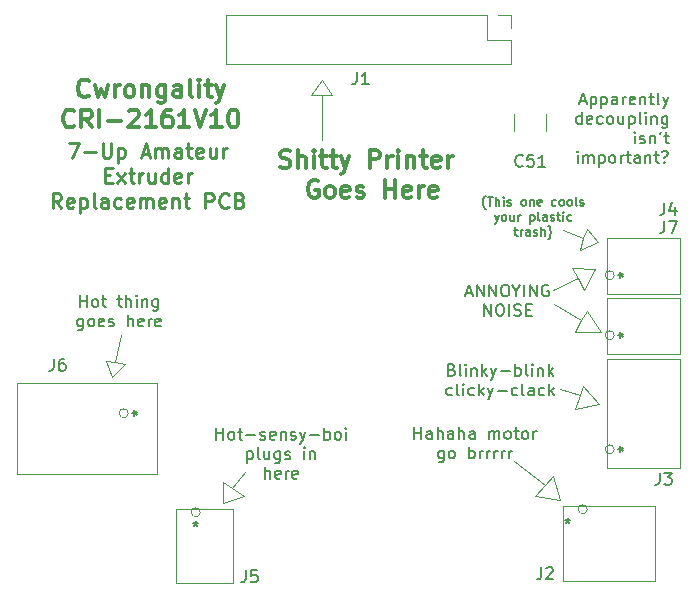
<source format=gbr>
%TF.GenerationSoftware,KiCad,Pcbnew,(5.1.12)-1*%
%TF.CreationDate,2022-08-25T11:39:19-06:00*%
%TF.ProjectId,SpritePCB,53707269-7465-4504-9342-2e6b69636164,rev?*%
%TF.SameCoordinates,Original*%
%TF.FileFunction,Legend,Top*%
%TF.FilePolarity,Positive*%
%FSLAX46Y46*%
G04 Gerber Fmt 4.6, Leading zero omitted, Abs format (unit mm)*
G04 Created by KiCad (PCBNEW (5.1.12)-1) date 2022-08-25 11:39:19*
%MOMM*%
%LPD*%
G01*
G04 APERTURE LIST*
%ADD10C,0.120000*%
%ADD11C,0.150000*%
%ADD12C,0.300000*%
%ADD13C,0.250000*%
G04 APERTURE END LIST*
D10*
X75184000Y-61341000D02*
X75438000Y-60325000D01*
X76708000Y-60706000D02*
X75184000Y-61341000D01*
X75819000Y-59563000D02*
X76708000Y-60706000D01*
X75438000Y-60325000D02*
X75819000Y-59563000D01*
X73787000Y-59690000D02*
X75438000Y-60325000D01*
D11*
X67211285Y-57897000D02*
X67175571Y-57861285D01*
X67104142Y-57754142D01*
X67068428Y-57682714D01*
X67032714Y-57575571D01*
X66996999Y-57397000D01*
X66996999Y-57254142D01*
X67032714Y-57075571D01*
X67068428Y-56968428D01*
X67104142Y-56897000D01*
X67175571Y-56789857D01*
X67211285Y-56754142D01*
X67389857Y-56861285D02*
X67818428Y-56861285D01*
X67604142Y-57611285D02*
X67604142Y-56861285D01*
X68068428Y-57611285D02*
X68068428Y-56861285D01*
X68389857Y-57611285D02*
X68389857Y-57218428D01*
X68354142Y-57147000D01*
X68282714Y-57111285D01*
X68175571Y-57111285D01*
X68104142Y-57147000D01*
X68068428Y-57182714D01*
X68747000Y-57611285D02*
X68747000Y-57111285D01*
X68747000Y-56861285D02*
X68711285Y-56897000D01*
X68747000Y-56932714D01*
X68782714Y-56897000D01*
X68747000Y-56861285D01*
X68747000Y-56932714D01*
X69068428Y-57575571D02*
X69139857Y-57611285D01*
X69282714Y-57611285D01*
X69354142Y-57575571D01*
X69389857Y-57504142D01*
X69389857Y-57468428D01*
X69354142Y-57397000D01*
X69282714Y-57361285D01*
X69175571Y-57361285D01*
X69104142Y-57325571D01*
X69068428Y-57254142D01*
X69068428Y-57218428D01*
X69104142Y-57147000D01*
X69175571Y-57111285D01*
X69282714Y-57111285D01*
X69354142Y-57147000D01*
X70389857Y-57611285D02*
X70318428Y-57575571D01*
X70282714Y-57539857D01*
X70247000Y-57468428D01*
X70247000Y-57254142D01*
X70282714Y-57182714D01*
X70318428Y-57147000D01*
X70389857Y-57111285D01*
X70497000Y-57111285D01*
X70568428Y-57147000D01*
X70604142Y-57182714D01*
X70639857Y-57254142D01*
X70639857Y-57468428D01*
X70604142Y-57539857D01*
X70568428Y-57575571D01*
X70497000Y-57611285D01*
X70389857Y-57611285D01*
X70961285Y-57111285D02*
X70961285Y-57611285D01*
X70961285Y-57182714D02*
X70997000Y-57147000D01*
X71068428Y-57111285D01*
X71175571Y-57111285D01*
X71247000Y-57147000D01*
X71282714Y-57218428D01*
X71282714Y-57611285D01*
X71925571Y-57575571D02*
X71854142Y-57611285D01*
X71711285Y-57611285D01*
X71639857Y-57575571D01*
X71604142Y-57504142D01*
X71604142Y-57218428D01*
X71639857Y-57147000D01*
X71711285Y-57111285D01*
X71854142Y-57111285D01*
X71925571Y-57147000D01*
X71961285Y-57218428D01*
X71961285Y-57289857D01*
X71604142Y-57361285D01*
X73175571Y-57575571D02*
X73104142Y-57611285D01*
X72961285Y-57611285D01*
X72889857Y-57575571D01*
X72854142Y-57539857D01*
X72818428Y-57468428D01*
X72818428Y-57254142D01*
X72854142Y-57182714D01*
X72889857Y-57147000D01*
X72961285Y-57111285D01*
X73104142Y-57111285D01*
X73175571Y-57147000D01*
X73604142Y-57611285D02*
X73532714Y-57575571D01*
X73497000Y-57539857D01*
X73461285Y-57468428D01*
X73461285Y-57254142D01*
X73497000Y-57182714D01*
X73532714Y-57147000D01*
X73604142Y-57111285D01*
X73711285Y-57111285D01*
X73782714Y-57147000D01*
X73818428Y-57182714D01*
X73854142Y-57254142D01*
X73854142Y-57468428D01*
X73818428Y-57539857D01*
X73782714Y-57575571D01*
X73711285Y-57611285D01*
X73604142Y-57611285D01*
X74282714Y-57611285D02*
X74211285Y-57575571D01*
X74175571Y-57539857D01*
X74139857Y-57468428D01*
X74139857Y-57254142D01*
X74175571Y-57182714D01*
X74211285Y-57147000D01*
X74282714Y-57111285D01*
X74389857Y-57111285D01*
X74461285Y-57147000D01*
X74497000Y-57182714D01*
X74532714Y-57254142D01*
X74532714Y-57468428D01*
X74497000Y-57539857D01*
X74461285Y-57575571D01*
X74389857Y-57611285D01*
X74282714Y-57611285D01*
X74961285Y-57611285D02*
X74889857Y-57575571D01*
X74854142Y-57504142D01*
X74854142Y-56861285D01*
X75211285Y-57575571D02*
X75282714Y-57611285D01*
X75425571Y-57611285D01*
X75497000Y-57575571D01*
X75532714Y-57504142D01*
X75532714Y-57468428D01*
X75497000Y-57397000D01*
X75425571Y-57361285D01*
X75318428Y-57361285D01*
X75247000Y-57325571D01*
X75211285Y-57254142D01*
X75211285Y-57218428D01*
X75247000Y-57147000D01*
X75318428Y-57111285D01*
X75425571Y-57111285D01*
X75497000Y-57147000D01*
X67979142Y-58386285D02*
X68157714Y-58886285D01*
X68336285Y-58386285D02*
X68157714Y-58886285D01*
X68086285Y-59064857D01*
X68050571Y-59100571D01*
X67979142Y-59136285D01*
X68729142Y-58886285D02*
X68657714Y-58850571D01*
X68622000Y-58814857D01*
X68586285Y-58743428D01*
X68586285Y-58529142D01*
X68622000Y-58457714D01*
X68657714Y-58422000D01*
X68729142Y-58386285D01*
X68836285Y-58386285D01*
X68907714Y-58422000D01*
X68943428Y-58457714D01*
X68979142Y-58529142D01*
X68979142Y-58743428D01*
X68943428Y-58814857D01*
X68907714Y-58850571D01*
X68836285Y-58886285D01*
X68729142Y-58886285D01*
X69622000Y-58386285D02*
X69622000Y-58886285D01*
X69300571Y-58386285D02*
X69300571Y-58779142D01*
X69336285Y-58850571D01*
X69407714Y-58886285D01*
X69514857Y-58886285D01*
X69586285Y-58850571D01*
X69622000Y-58814857D01*
X69979142Y-58886285D02*
X69979142Y-58386285D01*
X69979142Y-58529142D02*
X70014857Y-58457714D01*
X70050571Y-58422000D01*
X70122000Y-58386285D01*
X70193428Y-58386285D01*
X71014857Y-58386285D02*
X71014857Y-59136285D01*
X71014857Y-58422000D02*
X71086285Y-58386285D01*
X71229142Y-58386285D01*
X71300571Y-58422000D01*
X71336285Y-58457714D01*
X71372000Y-58529142D01*
X71372000Y-58743428D01*
X71336285Y-58814857D01*
X71300571Y-58850571D01*
X71229142Y-58886285D01*
X71086285Y-58886285D01*
X71014857Y-58850571D01*
X71800571Y-58886285D02*
X71729142Y-58850571D01*
X71693428Y-58779142D01*
X71693428Y-58136285D01*
X72407714Y-58886285D02*
X72407714Y-58493428D01*
X72372000Y-58422000D01*
X72300571Y-58386285D01*
X72157714Y-58386285D01*
X72086285Y-58422000D01*
X72407714Y-58850571D02*
X72336285Y-58886285D01*
X72157714Y-58886285D01*
X72086285Y-58850571D01*
X72050571Y-58779142D01*
X72050571Y-58707714D01*
X72086285Y-58636285D01*
X72157714Y-58600571D01*
X72336285Y-58600571D01*
X72407714Y-58564857D01*
X72729142Y-58850571D02*
X72800571Y-58886285D01*
X72943428Y-58886285D01*
X73014857Y-58850571D01*
X73050571Y-58779142D01*
X73050571Y-58743428D01*
X73014857Y-58672000D01*
X72943428Y-58636285D01*
X72836285Y-58636285D01*
X72764857Y-58600571D01*
X72729142Y-58529142D01*
X72729142Y-58493428D01*
X72764857Y-58422000D01*
X72836285Y-58386285D01*
X72943428Y-58386285D01*
X73014857Y-58422000D01*
X73264857Y-58386285D02*
X73550571Y-58386285D01*
X73372000Y-58136285D02*
X73372000Y-58779142D01*
X73407714Y-58850571D01*
X73479142Y-58886285D01*
X73550571Y-58886285D01*
X73800571Y-58886285D02*
X73800571Y-58386285D01*
X73800571Y-58136285D02*
X73764857Y-58172000D01*
X73800571Y-58207714D01*
X73836285Y-58172000D01*
X73800571Y-58136285D01*
X73800571Y-58207714D01*
X74479142Y-58850571D02*
X74407714Y-58886285D01*
X74264857Y-58886285D01*
X74193428Y-58850571D01*
X74157714Y-58814857D01*
X74122000Y-58743428D01*
X74122000Y-58529142D01*
X74157714Y-58457714D01*
X74193428Y-58422000D01*
X74264857Y-58386285D01*
X74407714Y-58386285D01*
X74479142Y-58422000D01*
X69639857Y-59661285D02*
X69925571Y-59661285D01*
X69747000Y-59411285D02*
X69747000Y-60054142D01*
X69782714Y-60125571D01*
X69854142Y-60161285D01*
X69925571Y-60161285D01*
X70175571Y-60161285D02*
X70175571Y-59661285D01*
X70175571Y-59804142D02*
X70211285Y-59732714D01*
X70247000Y-59697000D01*
X70318428Y-59661285D01*
X70389857Y-59661285D01*
X70961285Y-60161285D02*
X70961285Y-59768428D01*
X70925571Y-59697000D01*
X70854142Y-59661285D01*
X70711285Y-59661285D01*
X70639857Y-59697000D01*
X70961285Y-60125571D02*
X70889857Y-60161285D01*
X70711285Y-60161285D01*
X70639857Y-60125571D01*
X70604142Y-60054142D01*
X70604142Y-59982714D01*
X70639857Y-59911285D01*
X70711285Y-59875571D01*
X70889857Y-59875571D01*
X70961285Y-59839857D01*
X71282714Y-60125571D02*
X71354142Y-60161285D01*
X71497000Y-60161285D01*
X71568428Y-60125571D01*
X71604142Y-60054142D01*
X71604142Y-60018428D01*
X71568428Y-59947000D01*
X71497000Y-59911285D01*
X71389857Y-59911285D01*
X71318428Y-59875571D01*
X71282714Y-59804142D01*
X71282714Y-59768428D01*
X71318428Y-59697000D01*
X71389857Y-59661285D01*
X71497000Y-59661285D01*
X71568428Y-59697000D01*
X71925571Y-60161285D02*
X71925571Y-59411285D01*
X72247000Y-60161285D02*
X72247000Y-59768428D01*
X72211285Y-59697000D01*
X72139857Y-59661285D01*
X72032714Y-59661285D01*
X71961285Y-59697000D01*
X71925571Y-59732714D01*
X72532714Y-60447000D02*
X72568428Y-60411285D01*
X72639857Y-60304142D01*
X72675571Y-60232714D01*
X72711285Y-60125571D01*
X72747000Y-59947000D01*
X72747000Y-59804142D01*
X72711285Y-59625571D01*
X72675571Y-59518428D01*
X72639857Y-59447000D01*
X72568428Y-59339857D01*
X72532714Y-59304142D01*
D10*
X74803000Y-68326000D02*
X75311000Y-67310000D01*
X76962000Y-68326000D02*
X74803000Y-68326000D01*
X75819000Y-66548000D02*
X76962000Y-68326000D01*
X75311000Y-67310000D02*
X75819000Y-66548000D01*
X73025000Y-65913000D02*
X75311000Y-67310000D01*
X75565000Y-64770000D02*
X75057000Y-63754000D01*
X76454000Y-62992000D02*
X75565000Y-64770000D01*
X74549000Y-62865000D02*
X76454000Y-62992000D01*
X75057000Y-63754000D02*
X74549000Y-62865000D01*
X72898000Y-64770000D02*
X75057000Y-63754000D01*
X74803000Y-74803000D02*
X75184000Y-73660000D01*
X76835000Y-74422000D02*
X74803000Y-74803000D01*
X75438000Y-72898000D02*
X76835000Y-74422000D01*
X75184000Y-73660000D02*
X75438000Y-72898000D01*
X73533000Y-73152000D02*
X75184000Y-73660000D01*
X71374000Y-82169000D02*
X72263000Y-81280000D01*
X73533000Y-82550000D02*
X71374000Y-82169000D01*
X72898000Y-80518000D02*
X73533000Y-82550000D01*
X72263000Y-81280000D02*
X72898000Y-80518000D01*
X69596000Y-79248000D02*
X72263000Y-81280000D01*
X46736000Y-82169000D02*
X45720000Y-81534000D01*
X44958000Y-82804000D02*
X46736000Y-82169000D01*
X44958000Y-81026000D02*
X44958000Y-82804000D01*
X45720000Y-81534000D02*
X44958000Y-81026000D01*
X46863000Y-80137000D02*
X45720000Y-81534000D01*
X36703000Y-70993000D02*
X35814000Y-70866000D01*
X35560000Y-72136000D02*
X36703000Y-70993000D01*
X35052000Y-70739000D02*
X35560000Y-72136000D01*
X35814000Y-70866000D02*
X35052000Y-70739000D01*
X36322000Y-68580000D02*
X35814000Y-70866000D01*
D11*
X75214452Y-48745666D02*
X75690642Y-48745666D01*
X75119214Y-49031380D02*
X75452547Y-48031380D01*
X75785880Y-49031380D01*
X76119214Y-48364714D02*
X76119214Y-49364714D01*
X76119214Y-48412333D02*
X76214452Y-48364714D01*
X76404928Y-48364714D01*
X76500166Y-48412333D01*
X76547785Y-48459952D01*
X76595404Y-48555190D01*
X76595404Y-48840904D01*
X76547785Y-48936142D01*
X76500166Y-48983761D01*
X76404928Y-49031380D01*
X76214452Y-49031380D01*
X76119214Y-48983761D01*
X77023976Y-48364714D02*
X77023976Y-49364714D01*
X77023976Y-48412333D02*
X77119214Y-48364714D01*
X77309690Y-48364714D01*
X77404928Y-48412333D01*
X77452547Y-48459952D01*
X77500166Y-48555190D01*
X77500166Y-48840904D01*
X77452547Y-48936142D01*
X77404928Y-48983761D01*
X77309690Y-49031380D01*
X77119214Y-49031380D01*
X77023976Y-48983761D01*
X78357309Y-49031380D02*
X78357309Y-48507571D01*
X78309690Y-48412333D01*
X78214452Y-48364714D01*
X78023976Y-48364714D01*
X77928738Y-48412333D01*
X78357309Y-48983761D02*
X78262071Y-49031380D01*
X78023976Y-49031380D01*
X77928738Y-48983761D01*
X77881119Y-48888523D01*
X77881119Y-48793285D01*
X77928738Y-48698047D01*
X78023976Y-48650428D01*
X78262071Y-48650428D01*
X78357309Y-48602809D01*
X78833500Y-49031380D02*
X78833500Y-48364714D01*
X78833500Y-48555190D02*
X78881119Y-48459952D01*
X78928738Y-48412333D01*
X79023976Y-48364714D01*
X79119214Y-48364714D01*
X79833500Y-48983761D02*
X79738261Y-49031380D01*
X79547785Y-49031380D01*
X79452547Y-48983761D01*
X79404928Y-48888523D01*
X79404928Y-48507571D01*
X79452547Y-48412333D01*
X79547785Y-48364714D01*
X79738261Y-48364714D01*
X79833500Y-48412333D01*
X79881119Y-48507571D01*
X79881119Y-48602809D01*
X79404928Y-48698047D01*
X80309690Y-48364714D02*
X80309690Y-49031380D01*
X80309690Y-48459952D02*
X80357309Y-48412333D01*
X80452547Y-48364714D01*
X80595404Y-48364714D01*
X80690642Y-48412333D01*
X80738261Y-48507571D01*
X80738261Y-49031380D01*
X81071595Y-48364714D02*
X81452547Y-48364714D01*
X81214452Y-48031380D02*
X81214452Y-48888523D01*
X81262071Y-48983761D01*
X81357309Y-49031380D01*
X81452547Y-49031380D01*
X81928738Y-49031380D02*
X81833500Y-48983761D01*
X81785880Y-48888523D01*
X81785880Y-48031380D01*
X82214452Y-48364714D02*
X82452547Y-49031380D01*
X82690642Y-48364714D02*
X82452547Y-49031380D01*
X82357309Y-49269476D01*
X82309690Y-49317095D01*
X82214452Y-49364714D01*
X75357309Y-50681380D02*
X75357309Y-49681380D01*
X75357309Y-50633761D02*
X75262071Y-50681380D01*
X75071595Y-50681380D01*
X74976357Y-50633761D01*
X74928738Y-50586142D01*
X74881119Y-50490904D01*
X74881119Y-50205190D01*
X74928738Y-50109952D01*
X74976357Y-50062333D01*
X75071595Y-50014714D01*
X75262071Y-50014714D01*
X75357309Y-50062333D01*
X76214452Y-50633761D02*
X76119214Y-50681380D01*
X75928738Y-50681380D01*
X75833500Y-50633761D01*
X75785880Y-50538523D01*
X75785880Y-50157571D01*
X75833500Y-50062333D01*
X75928738Y-50014714D01*
X76119214Y-50014714D01*
X76214452Y-50062333D01*
X76262071Y-50157571D01*
X76262071Y-50252809D01*
X75785880Y-50348047D01*
X77119214Y-50633761D02*
X77023976Y-50681380D01*
X76833500Y-50681380D01*
X76738261Y-50633761D01*
X76690642Y-50586142D01*
X76643023Y-50490904D01*
X76643023Y-50205190D01*
X76690642Y-50109952D01*
X76738261Y-50062333D01*
X76833500Y-50014714D01*
X77023976Y-50014714D01*
X77119214Y-50062333D01*
X77690642Y-50681380D02*
X77595404Y-50633761D01*
X77547785Y-50586142D01*
X77500166Y-50490904D01*
X77500166Y-50205190D01*
X77547785Y-50109952D01*
X77595404Y-50062333D01*
X77690642Y-50014714D01*
X77833500Y-50014714D01*
X77928738Y-50062333D01*
X77976357Y-50109952D01*
X78023976Y-50205190D01*
X78023976Y-50490904D01*
X77976357Y-50586142D01*
X77928738Y-50633761D01*
X77833500Y-50681380D01*
X77690642Y-50681380D01*
X78881119Y-50014714D02*
X78881119Y-50681380D01*
X78452547Y-50014714D02*
X78452547Y-50538523D01*
X78500166Y-50633761D01*
X78595404Y-50681380D01*
X78738261Y-50681380D01*
X78833500Y-50633761D01*
X78881119Y-50586142D01*
X79357309Y-50014714D02*
X79357309Y-51014714D01*
X79357309Y-50062333D02*
X79452547Y-50014714D01*
X79643023Y-50014714D01*
X79738261Y-50062333D01*
X79785880Y-50109952D01*
X79833500Y-50205190D01*
X79833500Y-50490904D01*
X79785880Y-50586142D01*
X79738261Y-50633761D01*
X79643023Y-50681380D01*
X79452547Y-50681380D01*
X79357309Y-50633761D01*
X80404928Y-50681380D02*
X80309690Y-50633761D01*
X80262071Y-50538523D01*
X80262071Y-49681380D01*
X80785880Y-50681380D02*
X80785880Y-50014714D01*
X80785880Y-49681380D02*
X80738261Y-49729000D01*
X80785880Y-49776619D01*
X80833500Y-49729000D01*
X80785880Y-49681380D01*
X80785880Y-49776619D01*
X81262071Y-50014714D02*
X81262071Y-50681380D01*
X81262071Y-50109952D02*
X81309690Y-50062333D01*
X81404928Y-50014714D01*
X81547785Y-50014714D01*
X81643023Y-50062333D01*
X81690642Y-50157571D01*
X81690642Y-50681380D01*
X82595404Y-50014714D02*
X82595404Y-50824238D01*
X82547785Y-50919476D01*
X82500166Y-50967095D01*
X82404928Y-51014714D01*
X82262071Y-51014714D01*
X82166833Y-50967095D01*
X82595404Y-50633761D02*
X82500166Y-50681380D01*
X82309690Y-50681380D01*
X82214452Y-50633761D01*
X82166833Y-50586142D01*
X82119214Y-50490904D01*
X82119214Y-50205190D01*
X82166833Y-50109952D01*
X82214452Y-50062333D01*
X82309690Y-50014714D01*
X82500166Y-50014714D01*
X82595404Y-50062333D01*
X79833500Y-52331380D02*
X79833500Y-51664714D01*
X79833500Y-51331380D02*
X79785880Y-51379000D01*
X79833500Y-51426619D01*
X79881119Y-51379000D01*
X79833500Y-51331380D01*
X79833500Y-51426619D01*
X80262071Y-52283761D02*
X80357309Y-52331380D01*
X80547785Y-52331380D01*
X80643023Y-52283761D01*
X80690642Y-52188523D01*
X80690642Y-52140904D01*
X80643023Y-52045666D01*
X80547785Y-51998047D01*
X80404928Y-51998047D01*
X80309690Y-51950428D01*
X80262071Y-51855190D01*
X80262071Y-51807571D01*
X80309690Y-51712333D01*
X80404928Y-51664714D01*
X80547785Y-51664714D01*
X80643023Y-51712333D01*
X81119214Y-51664714D02*
X81119214Y-52331380D01*
X81119214Y-51759952D02*
X81166833Y-51712333D01*
X81262071Y-51664714D01*
X81404928Y-51664714D01*
X81500166Y-51712333D01*
X81547785Y-51807571D01*
X81547785Y-52331380D01*
X82071595Y-51331380D02*
X81976357Y-51521857D01*
X82357309Y-51664714D02*
X82738261Y-51664714D01*
X82500166Y-51331380D02*
X82500166Y-52188523D01*
X82547785Y-52283761D01*
X82643023Y-52331380D01*
X82738261Y-52331380D01*
X75023976Y-53981380D02*
X75023976Y-53314714D01*
X75023976Y-52981380D02*
X74976357Y-53029000D01*
X75023976Y-53076619D01*
X75071595Y-53029000D01*
X75023976Y-52981380D01*
X75023976Y-53076619D01*
X75500166Y-53981380D02*
X75500166Y-53314714D01*
X75500166Y-53409952D02*
X75547785Y-53362333D01*
X75643023Y-53314714D01*
X75785880Y-53314714D01*
X75881119Y-53362333D01*
X75928738Y-53457571D01*
X75928738Y-53981380D01*
X75928738Y-53457571D02*
X75976357Y-53362333D01*
X76071595Y-53314714D01*
X76214452Y-53314714D01*
X76309690Y-53362333D01*
X76357309Y-53457571D01*
X76357309Y-53981380D01*
X76833500Y-53314714D02*
X76833500Y-54314714D01*
X76833500Y-53362333D02*
X76928738Y-53314714D01*
X77119214Y-53314714D01*
X77214452Y-53362333D01*
X77262071Y-53409952D01*
X77309690Y-53505190D01*
X77309690Y-53790904D01*
X77262071Y-53886142D01*
X77214452Y-53933761D01*
X77119214Y-53981380D01*
X76928738Y-53981380D01*
X76833500Y-53933761D01*
X77881119Y-53981380D02*
X77785880Y-53933761D01*
X77738261Y-53886142D01*
X77690642Y-53790904D01*
X77690642Y-53505190D01*
X77738261Y-53409952D01*
X77785880Y-53362333D01*
X77881119Y-53314714D01*
X78023976Y-53314714D01*
X78119214Y-53362333D01*
X78166833Y-53409952D01*
X78214452Y-53505190D01*
X78214452Y-53790904D01*
X78166833Y-53886142D01*
X78119214Y-53933761D01*
X78023976Y-53981380D01*
X77881119Y-53981380D01*
X78643023Y-53981380D02*
X78643023Y-53314714D01*
X78643023Y-53505190D02*
X78690642Y-53409952D01*
X78738261Y-53362333D01*
X78833500Y-53314714D01*
X78928738Y-53314714D01*
X79119214Y-53314714D02*
X79500166Y-53314714D01*
X79262071Y-52981380D02*
X79262071Y-53838523D01*
X79309690Y-53933761D01*
X79404928Y-53981380D01*
X79500166Y-53981380D01*
X80262071Y-53981380D02*
X80262071Y-53457571D01*
X80214452Y-53362333D01*
X80119214Y-53314714D01*
X79928738Y-53314714D01*
X79833500Y-53362333D01*
X80262071Y-53933761D02*
X80166833Y-53981380D01*
X79928738Y-53981380D01*
X79833500Y-53933761D01*
X79785880Y-53838523D01*
X79785880Y-53743285D01*
X79833500Y-53648047D01*
X79928738Y-53600428D01*
X80166833Y-53600428D01*
X80262071Y-53552809D01*
X80738261Y-53314714D02*
X80738261Y-53981380D01*
X80738261Y-53409952D02*
X80785880Y-53362333D01*
X80881119Y-53314714D01*
X81023976Y-53314714D01*
X81119214Y-53362333D01*
X81166833Y-53457571D01*
X81166833Y-53981380D01*
X81500166Y-53314714D02*
X81881119Y-53314714D01*
X81643023Y-52981380D02*
X81643023Y-53838523D01*
X81690642Y-53933761D01*
X81785880Y-53981380D01*
X81881119Y-53981380D01*
X82357309Y-53886142D02*
X82404928Y-53933761D01*
X82357309Y-53981380D01*
X82309690Y-53933761D01*
X82357309Y-53886142D01*
X82357309Y-53981380D01*
X82166833Y-53029000D02*
X82262071Y-52981380D01*
X82500166Y-52981380D01*
X82595404Y-53029000D01*
X82643023Y-53124238D01*
X82643023Y-53219476D01*
X82595404Y-53314714D01*
X82547785Y-53362333D01*
X82452547Y-53409952D01*
X82404928Y-53457571D01*
X82357309Y-53552809D01*
X82357309Y-53600428D01*
X65588000Y-65000666D02*
X66064190Y-65000666D01*
X65492761Y-65286380D02*
X65826095Y-64286380D01*
X66159428Y-65286380D01*
X66492761Y-65286380D02*
X66492761Y-64286380D01*
X67064190Y-65286380D01*
X67064190Y-64286380D01*
X67540380Y-65286380D02*
X67540380Y-64286380D01*
X68111809Y-65286380D01*
X68111809Y-64286380D01*
X68778476Y-64286380D02*
X68968952Y-64286380D01*
X69064190Y-64334000D01*
X69159428Y-64429238D01*
X69207047Y-64619714D01*
X69207047Y-64953047D01*
X69159428Y-65143523D01*
X69064190Y-65238761D01*
X68968952Y-65286380D01*
X68778476Y-65286380D01*
X68683238Y-65238761D01*
X68588000Y-65143523D01*
X68540380Y-64953047D01*
X68540380Y-64619714D01*
X68588000Y-64429238D01*
X68683238Y-64334000D01*
X68778476Y-64286380D01*
X69826095Y-64810190D02*
X69826095Y-65286380D01*
X69492761Y-64286380D02*
X69826095Y-64810190D01*
X70159428Y-64286380D01*
X70492761Y-65286380D02*
X70492761Y-64286380D01*
X70968952Y-65286380D02*
X70968952Y-64286380D01*
X71540380Y-65286380D01*
X71540380Y-64286380D01*
X72540380Y-64334000D02*
X72445142Y-64286380D01*
X72302285Y-64286380D01*
X72159428Y-64334000D01*
X72064190Y-64429238D01*
X72016571Y-64524476D01*
X71968952Y-64714952D01*
X71968952Y-64857809D01*
X72016571Y-65048285D01*
X72064190Y-65143523D01*
X72159428Y-65238761D01*
X72302285Y-65286380D01*
X72397523Y-65286380D01*
X72540380Y-65238761D01*
X72588000Y-65191142D01*
X72588000Y-64857809D01*
X72397523Y-64857809D01*
X67111809Y-66936380D02*
X67111809Y-65936380D01*
X67683238Y-66936380D01*
X67683238Y-65936380D01*
X68349904Y-65936380D02*
X68540380Y-65936380D01*
X68635619Y-65984000D01*
X68730857Y-66079238D01*
X68778476Y-66269714D01*
X68778476Y-66603047D01*
X68730857Y-66793523D01*
X68635619Y-66888761D01*
X68540380Y-66936380D01*
X68349904Y-66936380D01*
X68254666Y-66888761D01*
X68159428Y-66793523D01*
X68111809Y-66603047D01*
X68111809Y-66269714D01*
X68159428Y-66079238D01*
X68254666Y-65984000D01*
X68349904Y-65936380D01*
X69207047Y-66936380D02*
X69207047Y-65936380D01*
X69635619Y-66888761D02*
X69778476Y-66936380D01*
X70016571Y-66936380D01*
X70111809Y-66888761D01*
X70159428Y-66841142D01*
X70207047Y-66745904D01*
X70207047Y-66650666D01*
X70159428Y-66555428D01*
X70111809Y-66507809D01*
X70016571Y-66460190D01*
X69826095Y-66412571D01*
X69730857Y-66364952D01*
X69683238Y-66317333D01*
X69635619Y-66222095D01*
X69635619Y-66126857D01*
X69683238Y-66031619D01*
X69730857Y-65984000D01*
X69826095Y-65936380D01*
X70064190Y-65936380D01*
X70207047Y-65984000D01*
X70635619Y-66412571D02*
X70968952Y-66412571D01*
X71111809Y-66936380D02*
X70635619Y-66936380D01*
X70635619Y-65936380D01*
X71111809Y-65936380D01*
X64357761Y-71493571D02*
X64500619Y-71541190D01*
X64548238Y-71588809D01*
X64595857Y-71684047D01*
X64595857Y-71826904D01*
X64548238Y-71922142D01*
X64500619Y-71969761D01*
X64405380Y-72017380D01*
X64024428Y-72017380D01*
X64024428Y-71017380D01*
X64357761Y-71017380D01*
X64453000Y-71065000D01*
X64500619Y-71112619D01*
X64548238Y-71207857D01*
X64548238Y-71303095D01*
X64500619Y-71398333D01*
X64453000Y-71445952D01*
X64357761Y-71493571D01*
X64024428Y-71493571D01*
X65167285Y-72017380D02*
X65072047Y-71969761D01*
X65024428Y-71874523D01*
X65024428Y-71017380D01*
X65548238Y-72017380D02*
X65548238Y-71350714D01*
X65548238Y-71017380D02*
X65500619Y-71065000D01*
X65548238Y-71112619D01*
X65595857Y-71065000D01*
X65548238Y-71017380D01*
X65548238Y-71112619D01*
X66024428Y-71350714D02*
X66024428Y-72017380D01*
X66024428Y-71445952D02*
X66072047Y-71398333D01*
X66167285Y-71350714D01*
X66310142Y-71350714D01*
X66405380Y-71398333D01*
X66453000Y-71493571D01*
X66453000Y-72017380D01*
X66929190Y-72017380D02*
X66929190Y-71017380D01*
X67024428Y-71636428D02*
X67310142Y-72017380D01*
X67310142Y-71350714D02*
X66929190Y-71731666D01*
X67643476Y-71350714D02*
X67881571Y-72017380D01*
X68119666Y-71350714D02*
X67881571Y-72017380D01*
X67786333Y-72255476D01*
X67738714Y-72303095D01*
X67643476Y-72350714D01*
X68500619Y-71636428D02*
X69262523Y-71636428D01*
X69738714Y-72017380D02*
X69738714Y-71017380D01*
X69738714Y-71398333D02*
X69833952Y-71350714D01*
X70024428Y-71350714D01*
X70119666Y-71398333D01*
X70167285Y-71445952D01*
X70214904Y-71541190D01*
X70214904Y-71826904D01*
X70167285Y-71922142D01*
X70119666Y-71969761D01*
X70024428Y-72017380D01*
X69833952Y-72017380D01*
X69738714Y-71969761D01*
X70786333Y-72017380D02*
X70691095Y-71969761D01*
X70643476Y-71874523D01*
X70643476Y-71017380D01*
X71167285Y-72017380D02*
X71167285Y-71350714D01*
X71167285Y-71017380D02*
X71119666Y-71065000D01*
X71167285Y-71112619D01*
X71214904Y-71065000D01*
X71167285Y-71017380D01*
X71167285Y-71112619D01*
X71643476Y-71350714D02*
X71643476Y-72017380D01*
X71643476Y-71445952D02*
X71691095Y-71398333D01*
X71786333Y-71350714D01*
X71929190Y-71350714D01*
X72024428Y-71398333D01*
X72072047Y-71493571D01*
X72072047Y-72017380D01*
X72548238Y-72017380D02*
X72548238Y-71017380D01*
X72643476Y-71636428D02*
X72929190Y-72017380D01*
X72929190Y-71350714D02*
X72548238Y-71731666D01*
X64381571Y-73619761D02*
X64286333Y-73667380D01*
X64095857Y-73667380D01*
X64000619Y-73619761D01*
X63953000Y-73572142D01*
X63905380Y-73476904D01*
X63905380Y-73191190D01*
X63953000Y-73095952D01*
X64000619Y-73048333D01*
X64095857Y-73000714D01*
X64286333Y-73000714D01*
X64381571Y-73048333D01*
X64953000Y-73667380D02*
X64857761Y-73619761D01*
X64810142Y-73524523D01*
X64810142Y-72667380D01*
X65333952Y-73667380D02*
X65333952Y-73000714D01*
X65333952Y-72667380D02*
X65286333Y-72715000D01*
X65333952Y-72762619D01*
X65381571Y-72715000D01*
X65333952Y-72667380D01*
X65333952Y-72762619D01*
X66238714Y-73619761D02*
X66143476Y-73667380D01*
X65953000Y-73667380D01*
X65857761Y-73619761D01*
X65810142Y-73572142D01*
X65762523Y-73476904D01*
X65762523Y-73191190D01*
X65810142Y-73095952D01*
X65857761Y-73048333D01*
X65953000Y-73000714D01*
X66143476Y-73000714D01*
X66238714Y-73048333D01*
X66667285Y-73667380D02*
X66667285Y-72667380D01*
X66762523Y-73286428D02*
X67048238Y-73667380D01*
X67048238Y-73000714D02*
X66667285Y-73381666D01*
X67381571Y-73000714D02*
X67619666Y-73667380D01*
X67857761Y-73000714D02*
X67619666Y-73667380D01*
X67524428Y-73905476D01*
X67476809Y-73953095D01*
X67381571Y-74000714D01*
X68238714Y-73286428D02*
X69000619Y-73286428D01*
X69905380Y-73619761D02*
X69810142Y-73667380D01*
X69619666Y-73667380D01*
X69524428Y-73619761D01*
X69476809Y-73572142D01*
X69429190Y-73476904D01*
X69429190Y-73191190D01*
X69476809Y-73095952D01*
X69524428Y-73048333D01*
X69619666Y-73000714D01*
X69810142Y-73000714D01*
X69905380Y-73048333D01*
X70476809Y-73667380D02*
X70381571Y-73619761D01*
X70333952Y-73524523D01*
X70333952Y-72667380D01*
X71286333Y-73667380D02*
X71286333Y-73143571D01*
X71238714Y-73048333D01*
X71143476Y-73000714D01*
X70953000Y-73000714D01*
X70857761Y-73048333D01*
X71286333Y-73619761D02*
X71191095Y-73667380D01*
X70953000Y-73667380D01*
X70857761Y-73619761D01*
X70810142Y-73524523D01*
X70810142Y-73429285D01*
X70857761Y-73334047D01*
X70953000Y-73286428D01*
X71191095Y-73286428D01*
X71286333Y-73238809D01*
X72191095Y-73619761D02*
X72095857Y-73667380D01*
X71905380Y-73667380D01*
X71810142Y-73619761D01*
X71762523Y-73572142D01*
X71714904Y-73476904D01*
X71714904Y-73191190D01*
X71762523Y-73095952D01*
X71810142Y-73048333D01*
X71905380Y-73000714D01*
X72095857Y-73000714D01*
X72191095Y-73048333D01*
X72619666Y-73667380D02*
X72619666Y-72667380D01*
X72714904Y-73286428D02*
X73000619Y-73667380D01*
X73000619Y-73000714D02*
X72619666Y-73381666D01*
X61198761Y-77351380D02*
X61198761Y-76351380D01*
X61198761Y-76827571D02*
X61770190Y-76827571D01*
X61770190Y-77351380D02*
X61770190Y-76351380D01*
X62674952Y-77351380D02*
X62674952Y-76827571D01*
X62627333Y-76732333D01*
X62532095Y-76684714D01*
X62341619Y-76684714D01*
X62246380Y-76732333D01*
X62674952Y-77303761D02*
X62579714Y-77351380D01*
X62341619Y-77351380D01*
X62246380Y-77303761D01*
X62198761Y-77208523D01*
X62198761Y-77113285D01*
X62246380Y-77018047D01*
X62341619Y-76970428D01*
X62579714Y-76970428D01*
X62674952Y-76922809D01*
X63151142Y-77351380D02*
X63151142Y-76351380D01*
X63579714Y-77351380D02*
X63579714Y-76827571D01*
X63532095Y-76732333D01*
X63436857Y-76684714D01*
X63294000Y-76684714D01*
X63198761Y-76732333D01*
X63151142Y-76779952D01*
X64484476Y-77351380D02*
X64484476Y-76827571D01*
X64436857Y-76732333D01*
X64341619Y-76684714D01*
X64151142Y-76684714D01*
X64055904Y-76732333D01*
X64484476Y-77303761D02*
X64389238Y-77351380D01*
X64151142Y-77351380D01*
X64055904Y-77303761D01*
X64008285Y-77208523D01*
X64008285Y-77113285D01*
X64055904Y-77018047D01*
X64151142Y-76970428D01*
X64389238Y-76970428D01*
X64484476Y-76922809D01*
X64960666Y-77351380D02*
X64960666Y-76351380D01*
X65389238Y-77351380D02*
X65389238Y-76827571D01*
X65341619Y-76732333D01*
X65246380Y-76684714D01*
X65103523Y-76684714D01*
X65008285Y-76732333D01*
X64960666Y-76779952D01*
X66294000Y-77351380D02*
X66294000Y-76827571D01*
X66246380Y-76732333D01*
X66151142Y-76684714D01*
X65960666Y-76684714D01*
X65865428Y-76732333D01*
X66294000Y-77303761D02*
X66198761Y-77351380D01*
X65960666Y-77351380D01*
X65865428Y-77303761D01*
X65817809Y-77208523D01*
X65817809Y-77113285D01*
X65865428Y-77018047D01*
X65960666Y-76970428D01*
X66198761Y-76970428D01*
X66294000Y-76922809D01*
X67532095Y-77351380D02*
X67532095Y-76684714D01*
X67532095Y-76779952D02*
X67579714Y-76732333D01*
X67674952Y-76684714D01*
X67817809Y-76684714D01*
X67913047Y-76732333D01*
X67960666Y-76827571D01*
X67960666Y-77351380D01*
X67960666Y-76827571D02*
X68008285Y-76732333D01*
X68103523Y-76684714D01*
X68246380Y-76684714D01*
X68341619Y-76732333D01*
X68389238Y-76827571D01*
X68389238Y-77351380D01*
X69008285Y-77351380D02*
X68913047Y-77303761D01*
X68865428Y-77256142D01*
X68817809Y-77160904D01*
X68817809Y-76875190D01*
X68865428Y-76779952D01*
X68913047Y-76732333D01*
X69008285Y-76684714D01*
X69151142Y-76684714D01*
X69246380Y-76732333D01*
X69294000Y-76779952D01*
X69341619Y-76875190D01*
X69341619Y-77160904D01*
X69294000Y-77256142D01*
X69246380Y-77303761D01*
X69151142Y-77351380D01*
X69008285Y-77351380D01*
X69627333Y-76684714D02*
X70008285Y-76684714D01*
X69770190Y-76351380D02*
X69770190Y-77208523D01*
X69817809Y-77303761D01*
X69913047Y-77351380D01*
X70008285Y-77351380D01*
X70484476Y-77351380D02*
X70389238Y-77303761D01*
X70341619Y-77256142D01*
X70294000Y-77160904D01*
X70294000Y-76875190D01*
X70341619Y-76779952D01*
X70389238Y-76732333D01*
X70484476Y-76684714D01*
X70627333Y-76684714D01*
X70722571Y-76732333D01*
X70770190Y-76779952D01*
X70817809Y-76875190D01*
X70817809Y-77160904D01*
X70770190Y-77256142D01*
X70722571Y-77303761D01*
X70627333Y-77351380D01*
X70484476Y-77351380D01*
X71246380Y-77351380D02*
X71246380Y-76684714D01*
X71246380Y-76875190D02*
X71294000Y-76779952D01*
X71341619Y-76732333D01*
X71436857Y-76684714D01*
X71532095Y-76684714D01*
X63674952Y-78334714D02*
X63674952Y-79144238D01*
X63627333Y-79239476D01*
X63579714Y-79287095D01*
X63484476Y-79334714D01*
X63341619Y-79334714D01*
X63246380Y-79287095D01*
X63674952Y-78953761D02*
X63579714Y-79001380D01*
X63389238Y-79001380D01*
X63294000Y-78953761D01*
X63246380Y-78906142D01*
X63198761Y-78810904D01*
X63198761Y-78525190D01*
X63246380Y-78429952D01*
X63294000Y-78382333D01*
X63389238Y-78334714D01*
X63579714Y-78334714D01*
X63674952Y-78382333D01*
X64294000Y-79001380D02*
X64198761Y-78953761D01*
X64151142Y-78906142D01*
X64103523Y-78810904D01*
X64103523Y-78525190D01*
X64151142Y-78429952D01*
X64198761Y-78382333D01*
X64294000Y-78334714D01*
X64436857Y-78334714D01*
X64532095Y-78382333D01*
X64579714Y-78429952D01*
X64627333Y-78525190D01*
X64627333Y-78810904D01*
X64579714Y-78906142D01*
X64532095Y-78953761D01*
X64436857Y-79001380D01*
X64294000Y-79001380D01*
X65817809Y-79001380D02*
X65817809Y-78001380D01*
X65817809Y-78382333D02*
X65913047Y-78334714D01*
X66103523Y-78334714D01*
X66198761Y-78382333D01*
X66246380Y-78429952D01*
X66294000Y-78525190D01*
X66294000Y-78810904D01*
X66246380Y-78906142D01*
X66198761Y-78953761D01*
X66103523Y-79001380D01*
X65913047Y-79001380D01*
X65817809Y-78953761D01*
X66722571Y-79001380D02*
X66722571Y-78334714D01*
X66722571Y-78525190D02*
X66770190Y-78429952D01*
X66817809Y-78382333D01*
X66913047Y-78334714D01*
X67008285Y-78334714D01*
X67341619Y-79001380D02*
X67341619Y-78334714D01*
X67341619Y-78525190D02*
X67389238Y-78429952D01*
X67436857Y-78382333D01*
X67532095Y-78334714D01*
X67627333Y-78334714D01*
X67960666Y-79001380D02*
X67960666Y-78334714D01*
X67960666Y-78525190D02*
X68008285Y-78429952D01*
X68055904Y-78382333D01*
X68151142Y-78334714D01*
X68246380Y-78334714D01*
X68579714Y-79001380D02*
X68579714Y-78334714D01*
X68579714Y-78525190D02*
X68627333Y-78429952D01*
X68674952Y-78382333D01*
X68770190Y-78334714D01*
X68865428Y-78334714D01*
X69198761Y-79001380D02*
X69198761Y-78334714D01*
X69198761Y-78525190D02*
X69246380Y-78429952D01*
X69294000Y-78382333D01*
X69389238Y-78334714D01*
X69484476Y-78334714D01*
X44434809Y-77415380D02*
X44434809Y-76415380D01*
X44434809Y-76891571D02*
X45006238Y-76891571D01*
X45006238Y-77415380D02*
X45006238Y-76415380D01*
X45625285Y-77415380D02*
X45530047Y-77367761D01*
X45482428Y-77320142D01*
X45434809Y-77224904D01*
X45434809Y-76939190D01*
X45482428Y-76843952D01*
X45530047Y-76796333D01*
X45625285Y-76748714D01*
X45768142Y-76748714D01*
X45863380Y-76796333D01*
X45911000Y-76843952D01*
X45958619Y-76939190D01*
X45958619Y-77224904D01*
X45911000Y-77320142D01*
X45863380Y-77367761D01*
X45768142Y-77415380D01*
X45625285Y-77415380D01*
X46244333Y-76748714D02*
X46625285Y-76748714D01*
X46387190Y-76415380D02*
X46387190Y-77272523D01*
X46434809Y-77367761D01*
X46530047Y-77415380D01*
X46625285Y-77415380D01*
X46958619Y-77034428D02*
X47720523Y-77034428D01*
X48149095Y-77367761D02*
X48244333Y-77415380D01*
X48434809Y-77415380D01*
X48530047Y-77367761D01*
X48577666Y-77272523D01*
X48577666Y-77224904D01*
X48530047Y-77129666D01*
X48434809Y-77082047D01*
X48291952Y-77082047D01*
X48196714Y-77034428D01*
X48149095Y-76939190D01*
X48149095Y-76891571D01*
X48196714Y-76796333D01*
X48291952Y-76748714D01*
X48434809Y-76748714D01*
X48530047Y-76796333D01*
X49387190Y-77367761D02*
X49291952Y-77415380D01*
X49101476Y-77415380D01*
X49006238Y-77367761D01*
X48958619Y-77272523D01*
X48958619Y-76891571D01*
X49006238Y-76796333D01*
X49101476Y-76748714D01*
X49291952Y-76748714D01*
X49387190Y-76796333D01*
X49434809Y-76891571D01*
X49434809Y-76986809D01*
X48958619Y-77082047D01*
X49863380Y-76748714D02*
X49863380Y-77415380D01*
X49863380Y-76843952D02*
X49911000Y-76796333D01*
X50006238Y-76748714D01*
X50149095Y-76748714D01*
X50244333Y-76796333D01*
X50291952Y-76891571D01*
X50291952Y-77415380D01*
X50720523Y-77367761D02*
X50815761Y-77415380D01*
X51006238Y-77415380D01*
X51101476Y-77367761D01*
X51149095Y-77272523D01*
X51149095Y-77224904D01*
X51101476Y-77129666D01*
X51006238Y-77082047D01*
X50863380Y-77082047D01*
X50768142Y-77034428D01*
X50720523Y-76939190D01*
X50720523Y-76891571D01*
X50768142Y-76796333D01*
X50863380Y-76748714D01*
X51006238Y-76748714D01*
X51101476Y-76796333D01*
X51482428Y-76748714D02*
X51720523Y-77415380D01*
X51958619Y-76748714D02*
X51720523Y-77415380D01*
X51625285Y-77653476D01*
X51577666Y-77701095D01*
X51482428Y-77748714D01*
X52339571Y-77034428D02*
X53101476Y-77034428D01*
X53577666Y-77415380D02*
X53577666Y-76415380D01*
X53577666Y-76796333D02*
X53672904Y-76748714D01*
X53863380Y-76748714D01*
X53958619Y-76796333D01*
X54006238Y-76843952D01*
X54053857Y-76939190D01*
X54053857Y-77224904D01*
X54006238Y-77320142D01*
X53958619Y-77367761D01*
X53863380Y-77415380D01*
X53672904Y-77415380D01*
X53577666Y-77367761D01*
X54625285Y-77415380D02*
X54530047Y-77367761D01*
X54482428Y-77320142D01*
X54434809Y-77224904D01*
X54434809Y-76939190D01*
X54482428Y-76843952D01*
X54530047Y-76796333D01*
X54625285Y-76748714D01*
X54768142Y-76748714D01*
X54863380Y-76796333D01*
X54911000Y-76843952D01*
X54958619Y-76939190D01*
X54958619Y-77224904D01*
X54911000Y-77320142D01*
X54863380Y-77367761D01*
X54768142Y-77415380D01*
X54625285Y-77415380D01*
X55387190Y-77415380D02*
X55387190Y-76748714D01*
X55387190Y-76415380D02*
X55339571Y-76463000D01*
X55387190Y-76510619D01*
X55434809Y-76463000D01*
X55387190Y-76415380D01*
X55387190Y-76510619D01*
X47053857Y-78398714D02*
X47053857Y-79398714D01*
X47053857Y-78446333D02*
X47149095Y-78398714D01*
X47339571Y-78398714D01*
X47434809Y-78446333D01*
X47482428Y-78493952D01*
X47530047Y-78589190D01*
X47530047Y-78874904D01*
X47482428Y-78970142D01*
X47434809Y-79017761D01*
X47339571Y-79065380D01*
X47149095Y-79065380D01*
X47053857Y-79017761D01*
X48101476Y-79065380D02*
X48006238Y-79017761D01*
X47958619Y-78922523D01*
X47958619Y-78065380D01*
X48911000Y-78398714D02*
X48911000Y-79065380D01*
X48482428Y-78398714D02*
X48482428Y-78922523D01*
X48530047Y-79017761D01*
X48625285Y-79065380D01*
X48768142Y-79065380D01*
X48863380Y-79017761D01*
X48911000Y-78970142D01*
X49815761Y-78398714D02*
X49815761Y-79208238D01*
X49768142Y-79303476D01*
X49720523Y-79351095D01*
X49625285Y-79398714D01*
X49482428Y-79398714D01*
X49387190Y-79351095D01*
X49815761Y-79017761D02*
X49720523Y-79065380D01*
X49530047Y-79065380D01*
X49434809Y-79017761D01*
X49387190Y-78970142D01*
X49339571Y-78874904D01*
X49339571Y-78589190D01*
X49387190Y-78493952D01*
X49434809Y-78446333D01*
X49530047Y-78398714D01*
X49720523Y-78398714D01*
X49815761Y-78446333D01*
X50244333Y-79017761D02*
X50339571Y-79065380D01*
X50530047Y-79065380D01*
X50625285Y-79017761D01*
X50672904Y-78922523D01*
X50672904Y-78874904D01*
X50625285Y-78779666D01*
X50530047Y-78732047D01*
X50387190Y-78732047D01*
X50291952Y-78684428D01*
X50244333Y-78589190D01*
X50244333Y-78541571D01*
X50291952Y-78446333D01*
X50387190Y-78398714D01*
X50530047Y-78398714D01*
X50625285Y-78446333D01*
X51863380Y-79065380D02*
X51863380Y-78398714D01*
X51863380Y-78065380D02*
X51815761Y-78113000D01*
X51863380Y-78160619D01*
X51911000Y-78113000D01*
X51863380Y-78065380D01*
X51863380Y-78160619D01*
X52339571Y-78398714D02*
X52339571Y-79065380D01*
X52339571Y-78493952D02*
X52387190Y-78446333D01*
X52482428Y-78398714D01*
X52625285Y-78398714D01*
X52720523Y-78446333D01*
X52768142Y-78541571D01*
X52768142Y-79065380D01*
X48530047Y-80715380D02*
X48530047Y-79715380D01*
X48958619Y-80715380D02*
X48958619Y-80191571D01*
X48911000Y-80096333D01*
X48815761Y-80048714D01*
X48672904Y-80048714D01*
X48577666Y-80096333D01*
X48530047Y-80143952D01*
X49815761Y-80667761D02*
X49720523Y-80715380D01*
X49530047Y-80715380D01*
X49434809Y-80667761D01*
X49387190Y-80572523D01*
X49387190Y-80191571D01*
X49434809Y-80096333D01*
X49530047Y-80048714D01*
X49720523Y-80048714D01*
X49815761Y-80096333D01*
X49863380Y-80191571D01*
X49863380Y-80286809D01*
X49387190Y-80382047D01*
X50291952Y-80715380D02*
X50291952Y-80048714D01*
X50291952Y-80239190D02*
X50339571Y-80143952D01*
X50387190Y-80096333D01*
X50482428Y-80048714D01*
X50577666Y-80048714D01*
X51291952Y-80667761D02*
X51196714Y-80715380D01*
X51006238Y-80715380D01*
X50911000Y-80667761D01*
X50863380Y-80572523D01*
X50863380Y-80191571D01*
X50911000Y-80096333D01*
X51006238Y-80048714D01*
X51196714Y-80048714D01*
X51291952Y-80096333D01*
X51339571Y-80191571D01*
X51339571Y-80286809D01*
X50863380Y-80382047D01*
X32909285Y-66175380D02*
X32909285Y-65175380D01*
X32909285Y-65651571D02*
X33480714Y-65651571D01*
X33480714Y-66175380D02*
X33480714Y-65175380D01*
X34099761Y-66175380D02*
X34004523Y-66127761D01*
X33956904Y-66080142D01*
X33909285Y-65984904D01*
X33909285Y-65699190D01*
X33956904Y-65603952D01*
X34004523Y-65556333D01*
X34099761Y-65508714D01*
X34242619Y-65508714D01*
X34337857Y-65556333D01*
X34385476Y-65603952D01*
X34433095Y-65699190D01*
X34433095Y-65984904D01*
X34385476Y-66080142D01*
X34337857Y-66127761D01*
X34242619Y-66175380D01*
X34099761Y-66175380D01*
X34718809Y-65508714D02*
X35099761Y-65508714D01*
X34861666Y-65175380D02*
X34861666Y-66032523D01*
X34909285Y-66127761D01*
X35004523Y-66175380D01*
X35099761Y-66175380D01*
X36052142Y-65508714D02*
X36433095Y-65508714D01*
X36195000Y-65175380D02*
X36195000Y-66032523D01*
X36242619Y-66127761D01*
X36337857Y-66175380D01*
X36433095Y-66175380D01*
X36766428Y-66175380D02*
X36766428Y-65175380D01*
X37195000Y-66175380D02*
X37195000Y-65651571D01*
X37147380Y-65556333D01*
X37052142Y-65508714D01*
X36909285Y-65508714D01*
X36814047Y-65556333D01*
X36766428Y-65603952D01*
X37671190Y-66175380D02*
X37671190Y-65508714D01*
X37671190Y-65175380D02*
X37623571Y-65223000D01*
X37671190Y-65270619D01*
X37718809Y-65223000D01*
X37671190Y-65175380D01*
X37671190Y-65270619D01*
X38147380Y-65508714D02*
X38147380Y-66175380D01*
X38147380Y-65603952D02*
X38195000Y-65556333D01*
X38290238Y-65508714D01*
X38433095Y-65508714D01*
X38528333Y-65556333D01*
X38575952Y-65651571D01*
X38575952Y-66175380D01*
X39480714Y-65508714D02*
X39480714Y-66318238D01*
X39433095Y-66413476D01*
X39385476Y-66461095D01*
X39290238Y-66508714D01*
X39147380Y-66508714D01*
X39052142Y-66461095D01*
X39480714Y-66127761D02*
X39385476Y-66175380D01*
X39195000Y-66175380D01*
X39099761Y-66127761D01*
X39052142Y-66080142D01*
X39004523Y-65984904D01*
X39004523Y-65699190D01*
X39052142Y-65603952D01*
X39099761Y-65556333D01*
X39195000Y-65508714D01*
X39385476Y-65508714D01*
X39480714Y-65556333D01*
X33123571Y-67158714D02*
X33123571Y-67968238D01*
X33075952Y-68063476D01*
X33028333Y-68111095D01*
X32933095Y-68158714D01*
X32790238Y-68158714D01*
X32695000Y-68111095D01*
X33123571Y-67777761D02*
X33028333Y-67825380D01*
X32837857Y-67825380D01*
X32742619Y-67777761D01*
X32695000Y-67730142D01*
X32647380Y-67634904D01*
X32647380Y-67349190D01*
X32695000Y-67253952D01*
X32742619Y-67206333D01*
X32837857Y-67158714D01*
X33028333Y-67158714D01*
X33123571Y-67206333D01*
X33742619Y-67825380D02*
X33647380Y-67777761D01*
X33599761Y-67730142D01*
X33552142Y-67634904D01*
X33552142Y-67349190D01*
X33599761Y-67253952D01*
X33647380Y-67206333D01*
X33742619Y-67158714D01*
X33885476Y-67158714D01*
X33980714Y-67206333D01*
X34028333Y-67253952D01*
X34075952Y-67349190D01*
X34075952Y-67634904D01*
X34028333Y-67730142D01*
X33980714Y-67777761D01*
X33885476Y-67825380D01*
X33742619Y-67825380D01*
X34885476Y-67777761D02*
X34790238Y-67825380D01*
X34599761Y-67825380D01*
X34504523Y-67777761D01*
X34456904Y-67682523D01*
X34456904Y-67301571D01*
X34504523Y-67206333D01*
X34599761Y-67158714D01*
X34790238Y-67158714D01*
X34885476Y-67206333D01*
X34933095Y-67301571D01*
X34933095Y-67396809D01*
X34456904Y-67492047D01*
X35314047Y-67777761D02*
X35409285Y-67825380D01*
X35599761Y-67825380D01*
X35695000Y-67777761D01*
X35742619Y-67682523D01*
X35742619Y-67634904D01*
X35695000Y-67539666D01*
X35599761Y-67492047D01*
X35456904Y-67492047D01*
X35361666Y-67444428D01*
X35314047Y-67349190D01*
X35314047Y-67301571D01*
X35361666Y-67206333D01*
X35456904Y-67158714D01*
X35599761Y-67158714D01*
X35695000Y-67206333D01*
X36933095Y-67825380D02*
X36933095Y-66825380D01*
X37361666Y-67825380D02*
X37361666Y-67301571D01*
X37314047Y-67206333D01*
X37218809Y-67158714D01*
X37075952Y-67158714D01*
X36980714Y-67206333D01*
X36933095Y-67253952D01*
X38218809Y-67777761D02*
X38123571Y-67825380D01*
X37933095Y-67825380D01*
X37837857Y-67777761D01*
X37790238Y-67682523D01*
X37790238Y-67301571D01*
X37837857Y-67206333D01*
X37933095Y-67158714D01*
X38123571Y-67158714D01*
X38218809Y-67206333D01*
X38266428Y-67301571D01*
X38266428Y-67396809D01*
X37790238Y-67492047D01*
X38695000Y-67825380D02*
X38695000Y-67158714D01*
X38695000Y-67349190D02*
X38742619Y-67253952D01*
X38790238Y-67206333D01*
X38885476Y-67158714D01*
X38980714Y-67158714D01*
X39695000Y-67777761D02*
X39599761Y-67825380D01*
X39409285Y-67825380D01*
X39314047Y-67777761D01*
X39266428Y-67682523D01*
X39266428Y-67301571D01*
X39314047Y-67206333D01*
X39409285Y-67158714D01*
X39599761Y-67158714D01*
X39695000Y-67206333D01*
X39742619Y-67301571D01*
X39742619Y-67396809D01*
X39266428Y-67492047D01*
D10*
X54229000Y-48260000D02*
X53340000Y-48260000D01*
X53340000Y-46990000D02*
X54229000Y-48260000D01*
X52451000Y-48260000D02*
X53340000Y-46990000D01*
X53340000Y-48260000D02*
X52451000Y-48260000D01*
X53340000Y-52070000D02*
X53340000Y-48260000D01*
D12*
X49836571Y-54323142D02*
X50050857Y-54394571D01*
X50408000Y-54394571D01*
X50550857Y-54323142D01*
X50622285Y-54251714D01*
X50693714Y-54108857D01*
X50693714Y-53966000D01*
X50622285Y-53823142D01*
X50550857Y-53751714D01*
X50408000Y-53680285D01*
X50122285Y-53608857D01*
X49979428Y-53537428D01*
X49908000Y-53466000D01*
X49836571Y-53323142D01*
X49836571Y-53180285D01*
X49908000Y-53037428D01*
X49979428Y-52966000D01*
X50122285Y-52894571D01*
X50479428Y-52894571D01*
X50693714Y-52966000D01*
X51336571Y-54394571D02*
X51336571Y-52894571D01*
X51979428Y-54394571D02*
X51979428Y-53608857D01*
X51908000Y-53466000D01*
X51765142Y-53394571D01*
X51550857Y-53394571D01*
X51408000Y-53466000D01*
X51336571Y-53537428D01*
X52693714Y-54394571D02*
X52693714Y-53394571D01*
X52693714Y-52894571D02*
X52622285Y-52966000D01*
X52693714Y-53037428D01*
X52765142Y-52966000D01*
X52693714Y-52894571D01*
X52693714Y-53037428D01*
X53193714Y-53394571D02*
X53765142Y-53394571D01*
X53408000Y-52894571D02*
X53408000Y-54180285D01*
X53479428Y-54323142D01*
X53622285Y-54394571D01*
X53765142Y-54394571D01*
X54050857Y-53394571D02*
X54622285Y-53394571D01*
X54265142Y-52894571D02*
X54265142Y-54180285D01*
X54336571Y-54323142D01*
X54479428Y-54394571D01*
X54622285Y-54394571D01*
X54979428Y-53394571D02*
X55336571Y-54394571D01*
X55693714Y-53394571D02*
X55336571Y-54394571D01*
X55193714Y-54751714D01*
X55122285Y-54823142D01*
X54979428Y-54894571D01*
X57408000Y-54394571D02*
X57408000Y-52894571D01*
X57979428Y-52894571D01*
X58122285Y-52966000D01*
X58193714Y-53037428D01*
X58265142Y-53180285D01*
X58265142Y-53394571D01*
X58193714Y-53537428D01*
X58122285Y-53608857D01*
X57979428Y-53680285D01*
X57408000Y-53680285D01*
X58908000Y-54394571D02*
X58908000Y-53394571D01*
X58908000Y-53680285D02*
X58979428Y-53537428D01*
X59050857Y-53466000D01*
X59193714Y-53394571D01*
X59336571Y-53394571D01*
X59836571Y-54394571D02*
X59836571Y-53394571D01*
X59836571Y-52894571D02*
X59765142Y-52966000D01*
X59836571Y-53037428D01*
X59908000Y-52966000D01*
X59836571Y-52894571D01*
X59836571Y-53037428D01*
X60550857Y-53394571D02*
X60550857Y-54394571D01*
X60550857Y-53537428D02*
X60622285Y-53466000D01*
X60765142Y-53394571D01*
X60979428Y-53394571D01*
X61122285Y-53466000D01*
X61193714Y-53608857D01*
X61193714Y-54394571D01*
X61693714Y-53394571D02*
X62265142Y-53394571D01*
X61908000Y-52894571D02*
X61908000Y-54180285D01*
X61979428Y-54323142D01*
X62122285Y-54394571D01*
X62265142Y-54394571D01*
X63336571Y-54323142D02*
X63193714Y-54394571D01*
X62908000Y-54394571D01*
X62765142Y-54323142D01*
X62693714Y-54180285D01*
X62693714Y-53608857D01*
X62765142Y-53466000D01*
X62908000Y-53394571D01*
X63193714Y-53394571D01*
X63336571Y-53466000D01*
X63408000Y-53608857D01*
X63408000Y-53751714D01*
X62693714Y-53894571D01*
X64050857Y-54394571D02*
X64050857Y-53394571D01*
X64050857Y-53680285D02*
X64122285Y-53537428D01*
X64193714Y-53466000D01*
X64336571Y-53394571D01*
X64479428Y-53394571D01*
X53015142Y-55516000D02*
X52872285Y-55444571D01*
X52658000Y-55444571D01*
X52443714Y-55516000D01*
X52300857Y-55658857D01*
X52229428Y-55801714D01*
X52158000Y-56087428D01*
X52158000Y-56301714D01*
X52229428Y-56587428D01*
X52300857Y-56730285D01*
X52443714Y-56873142D01*
X52658000Y-56944571D01*
X52800857Y-56944571D01*
X53015142Y-56873142D01*
X53086571Y-56801714D01*
X53086571Y-56301714D01*
X52800857Y-56301714D01*
X53943714Y-56944571D02*
X53800857Y-56873142D01*
X53729428Y-56801714D01*
X53658000Y-56658857D01*
X53658000Y-56230285D01*
X53729428Y-56087428D01*
X53800857Y-56016000D01*
X53943714Y-55944571D01*
X54158000Y-55944571D01*
X54300857Y-56016000D01*
X54372285Y-56087428D01*
X54443714Y-56230285D01*
X54443714Y-56658857D01*
X54372285Y-56801714D01*
X54300857Y-56873142D01*
X54158000Y-56944571D01*
X53943714Y-56944571D01*
X55658000Y-56873142D02*
X55515142Y-56944571D01*
X55229428Y-56944571D01*
X55086571Y-56873142D01*
X55015142Y-56730285D01*
X55015142Y-56158857D01*
X55086571Y-56016000D01*
X55229428Y-55944571D01*
X55515142Y-55944571D01*
X55658000Y-56016000D01*
X55729428Y-56158857D01*
X55729428Y-56301714D01*
X55015142Y-56444571D01*
X56300857Y-56873142D02*
X56443714Y-56944571D01*
X56729428Y-56944571D01*
X56872285Y-56873142D01*
X56943714Y-56730285D01*
X56943714Y-56658857D01*
X56872285Y-56516000D01*
X56729428Y-56444571D01*
X56515142Y-56444571D01*
X56372285Y-56373142D01*
X56300857Y-56230285D01*
X56300857Y-56158857D01*
X56372285Y-56016000D01*
X56515142Y-55944571D01*
X56729428Y-55944571D01*
X56872285Y-56016000D01*
X58729428Y-56944571D02*
X58729428Y-55444571D01*
X58729428Y-56158857D02*
X59586571Y-56158857D01*
X59586571Y-56944571D02*
X59586571Y-55444571D01*
X60872285Y-56873142D02*
X60729428Y-56944571D01*
X60443714Y-56944571D01*
X60300857Y-56873142D01*
X60229428Y-56730285D01*
X60229428Y-56158857D01*
X60300857Y-56016000D01*
X60443714Y-55944571D01*
X60729428Y-55944571D01*
X60872285Y-56016000D01*
X60943714Y-56158857D01*
X60943714Y-56301714D01*
X60229428Y-56444571D01*
X61586571Y-56944571D02*
X61586571Y-55944571D01*
X61586571Y-56230285D02*
X61658000Y-56087428D01*
X61729428Y-56016000D01*
X61872285Y-55944571D01*
X62015142Y-55944571D01*
X63086571Y-56873142D02*
X62943714Y-56944571D01*
X62658000Y-56944571D01*
X62515142Y-56873142D01*
X62443714Y-56730285D01*
X62443714Y-56158857D01*
X62515142Y-56016000D01*
X62658000Y-55944571D01*
X62943714Y-55944571D01*
X63086571Y-56016000D01*
X63158000Y-56158857D01*
X63158000Y-56301714D01*
X62443714Y-56444571D01*
D13*
X31941333Y-52308476D02*
X32774666Y-52308476D01*
X32238952Y-53558476D01*
X33250857Y-53082285D02*
X34203238Y-53082285D01*
X34798476Y-52308476D02*
X34798476Y-53320380D01*
X34858000Y-53439428D01*
X34917523Y-53498952D01*
X35036571Y-53558476D01*
X35274666Y-53558476D01*
X35393714Y-53498952D01*
X35453238Y-53439428D01*
X35512761Y-53320380D01*
X35512761Y-52308476D01*
X36108000Y-52725142D02*
X36108000Y-53975142D01*
X36108000Y-52784666D02*
X36227047Y-52725142D01*
X36465142Y-52725142D01*
X36584190Y-52784666D01*
X36643714Y-52844190D01*
X36703238Y-52963238D01*
X36703238Y-53320380D01*
X36643714Y-53439428D01*
X36584190Y-53498952D01*
X36465142Y-53558476D01*
X36227047Y-53558476D01*
X36108000Y-53498952D01*
X38131809Y-53201333D02*
X38727047Y-53201333D01*
X38012761Y-53558476D02*
X38429428Y-52308476D01*
X38846095Y-53558476D01*
X39262761Y-53558476D02*
X39262761Y-52725142D01*
X39262761Y-52844190D02*
X39322285Y-52784666D01*
X39441333Y-52725142D01*
X39619904Y-52725142D01*
X39738952Y-52784666D01*
X39798476Y-52903714D01*
X39798476Y-53558476D01*
X39798476Y-52903714D02*
X39858000Y-52784666D01*
X39977047Y-52725142D01*
X40155619Y-52725142D01*
X40274666Y-52784666D01*
X40334190Y-52903714D01*
X40334190Y-53558476D01*
X41465142Y-53558476D02*
X41465142Y-52903714D01*
X41405619Y-52784666D01*
X41286571Y-52725142D01*
X41048476Y-52725142D01*
X40929428Y-52784666D01*
X41465142Y-53498952D02*
X41346095Y-53558476D01*
X41048476Y-53558476D01*
X40929428Y-53498952D01*
X40869904Y-53379904D01*
X40869904Y-53260857D01*
X40929428Y-53141809D01*
X41048476Y-53082285D01*
X41346095Y-53082285D01*
X41465142Y-53022761D01*
X41881809Y-52725142D02*
X42358000Y-52725142D01*
X42060380Y-52308476D02*
X42060380Y-53379904D01*
X42119904Y-53498952D01*
X42238952Y-53558476D01*
X42358000Y-53558476D01*
X43250857Y-53498952D02*
X43131809Y-53558476D01*
X42893714Y-53558476D01*
X42774666Y-53498952D01*
X42715142Y-53379904D01*
X42715142Y-52903714D01*
X42774666Y-52784666D01*
X42893714Y-52725142D01*
X43131809Y-52725142D01*
X43250857Y-52784666D01*
X43310380Y-52903714D01*
X43310380Y-53022761D01*
X42715142Y-53141809D01*
X44381809Y-52725142D02*
X44381809Y-53558476D01*
X43846095Y-52725142D02*
X43846095Y-53379904D01*
X43905619Y-53498952D01*
X44024666Y-53558476D01*
X44203238Y-53558476D01*
X44322285Y-53498952D01*
X44381809Y-53439428D01*
X44977047Y-53558476D02*
X44977047Y-52725142D01*
X44977047Y-52963238D02*
X45036571Y-52844190D01*
X45096095Y-52784666D01*
X45215142Y-52725142D01*
X45334190Y-52725142D01*
X35036571Y-55028714D02*
X35453238Y-55028714D01*
X35631809Y-55683476D02*
X35036571Y-55683476D01*
X35036571Y-54433476D01*
X35631809Y-54433476D01*
X36048476Y-55683476D02*
X36703238Y-54850142D01*
X36048476Y-54850142D02*
X36703238Y-55683476D01*
X37000857Y-54850142D02*
X37477047Y-54850142D01*
X37179428Y-54433476D02*
X37179428Y-55504904D01*
X37238952Y-55623952D01*
X37358000Y-55683476D01*
X37477047Y-55683476D01*
X37893714Y-55683476D02*
X37893714Y-54850142D01*
X37893714Y-55088238D02*
X37953238Y-54969190D01*
X38012761Y-54909666D01*
X38131809Y-54850142D01*
X38250857Y-54850142D01*
X39203238Y-54850142D02*
X39203238Y-55683476D01*
X38667523Y-54850142D02*
X38667523Y-55504904D01*
X38727047Y-55623952D01*
X38846095Y-55683476D01*
X39024666Y-55683476D01*
X39143714Y-55623952D01*
X39203238Y-55564428D01*
X40334190Y-55683476D02*
X40334190Y-54433476D01*
X40334190Y-55623952D02*
X40215142Y-55683476D01*
X39977047Y-55683476D01*
X39858000Y-55623952D01*
X39798476Y-55564428D01*
X39738952Y-55445380D01*
X39738952Y-55088238D01*
X39798476Y-54969190D01*
X39858000Y-54909666D01*
X39977047Y-54850142D01*
X40215142Y-54850142D01*
X40334190Y-54909666D01*
X41405619Y-55623952D02*
X41286571Y-55683476D01*
X41048476Y-55683476D01*
X40929428Y-55623952D01*
X40869904Y-55504904D01*
X40869904Y-55028714D01*
X40929428Y-54909666D01*
X41048476Y-54850142D01*
X41286571Y-54850142D01*
X41405619Y-54909666D01*
X41465142Y-55028714D01*
X41465142Y-55147761D01*
X40869904Y-55266809D01*
X42000857Y-55683476D02*
X42000857Y-54850142D01*
X42000857Y-55088238D02*
X42060380Y-54969190D01*
X42119904Y-54909666D01*
X42238952Y-54850142D01*
X42358000Y-54850142D01*
X31286571Y-57808476D02*
X30869904Y-57213238D01*
X30572285Y-57808476D02*
X30572285Y-56558476D01*
X31048476Y-56558476D01*
X31167523Y-56618000D01*
X31227047Y-56677523D01*
X31286571Y-56796571D01*
X31286571Y-56975142D01*
X31227047Y-57094190D01*
X31167523Y-57153714D01*
X31048476Y-57213238D01*
X30572285Y-57213238D01*
X32298476Y-57748952D02*
X32179428Y-57808476D01*
X31941333Y-57808476D01*
X31822285Y-57748952D01*
X31762761Y-57629904D01*
X31762761Y-57153714D01*
X31822285Y-57034666D01*
X31941333Y-56975142D01*
X32179428Y-56975142D01*
X32298476Y-57034666D01*
X32358000Y-57153714D01*
X32358000Y-57272761D01*
X31762761Y-57391809D01*
X32893714Y-56975142D02*
X32893714Y-58225142D01*
X32893714Y-57034666D02*
X33012761Y-56975142D01*
X33250857Y-56975142D01*
X33369904Y-57034666D01*
X33429428Y-57094190D01*
X33488952Y-57213238D01*
X33488952Y-57570380D01*
X33429428Y-57689428D01*
X33369904Y-57748952D01*
X33250857Y-57808476D01*
X33012761Y-57808476D01*
X32893714Y-57748952D01*
X34203238Y-57808476D02*
X34084190Y-57748952D01*
X34024666Y-57629904D01*
X34024666Y-56558476D01*
X35215142Y-57808476D02*
X35215142Y-57153714D01*
X35155619Y-57034666D01*
X35036571Y-56975142D01*
X34798476Y-56975142D01*
X34679428Y-57034666D01*
X35215142Y-57748952D02*
X35096095Y-57808476D01*
X34798476Y-57808476D01*
X34679428Y-57748952D01*
X34619904Y-57629904D01*
X34619904Y-57510857D01*
X34679428Y-57391809D01*
X34798476Y-57332285D01*
X35096095Y-57332285D01*
X35215142Y-57272761D01*
X36346095Y-57748952D02*
X36227047Y-57808476D01*
X35988952Y-57808476D01*
X35869904Y-57748952D01*
X35810380Y-57689428D01*
X35750857Y-57570380D01*
X35750857Y-57213238D01*
X35810380Y-57094190D01*
X35869904Y-57034666D01*
X35988952Y-56975142D01*
X36227047Y-56975142D01*
X36346095Y-57034666D01*
X37358000Y-57748952D02*
X37238952Y-57808476D01*
X37000857Y-57808476D01*
X36881809Y-57748952D01*
X36822285Y-57629904D01*
X36822285Y-57153714D01*
X36881809Y-57034666D01*
X37000857Y-56975142D01*
X37238952Y-56975142D01*
X37358000Y-57034666D01*
X37417523Y-57153714D01*
X37417523Y-57272761D01*
X36822285Y-57391809D01*
X37953238Y-57808476D02*
X37953238Y-56975142D01*
X37953238Y-57094190D02*
X38012761Y-57034666D01*
X38131809Y-56975142D01*
X38310380Y-56975142D01*
X38429428Y-57034666D01*
X38488952Y-57153714D01*
X38488952Y-57808476D01*
X38488952Y-57153714D02*
X38548476Y-57034666D01*
X38667523Y-56975142D01*
X38846095Y-56975142D01*
X38965142Y-57034666D01*
X39024666Y-57153714D01*
X39024666Y-57808476D01*
X40096095Y-57748952D02*
X39977047Y-57808476D01*
X39738952Y-57808476D01*
X39619904Y-57748952D01*
X39560380Y-57629904D01*
X39560380Y-57153714D01*
X39619904Y-57034666D01*
X39738952Y-56975142D01*
X39977047Y-56975142D01*
X40096095Y-57034666D01*
X40155619Y-57153714D01*
X40155619Y-57272761D01*
X39560380Y-57391809D01*
X40691333Y-56975142D02*
X40691333Y-57808476D01*
X40691333Y-57094190D02*
X40750857Y-57034666D01*
X40869904Y-56975142D01*
X41048476Y-56975142D01*
X41167523Y-57034666D01*
X41227047Y-57153714D01*
X41227047Y-57808476D01*
X41643714Y-56975142D02*
X42119904Y-56975142D01*
X41822285Y-56558476D02*
X41822285Y-57629904D01*
X41881809Y-57748952D01*
X42000857Y-57808476D01*
X42119904Y-57808476D01*
X43488952Y-57808476D02*
X43488952Y-56558476D01*
X43965142Y-56558476D01*
X44084190Y-56618000D01*
X44143714Y-56677523D01*
X44203238Y-56796571D01*
X44203238Y-56975142D01*
X44143714Y-57094190D01*
X44084190Y-57153714D01*
X43965142Y-57213238D01*
X43488952Y-57213238D01*
X45453238Y-57689428D02*
X45393714Y-57748952D01*
X45215142Y-57808476D01*
X45096095Y-57808476D01*
X44917523Y-57748952D01*
X44798476Y-57629904D01*
X44738952Y-57510857D01*
X44679428Y-57272761D01*
X44679428Y-57094190D01*
X44738952Y-56856095D01*
X44798476Y-56737047D01*
X44917523Y-56618000D01*
X45096095Y-56558476D01*
X45215142Y-56558476D01*
X45393714Y-56618000D01*
X45453238Y-56677523D01*
X46405619Y-57153714D02*
X46584190Y-57213238D01*
X46643714Y-57272761D01*
X46703238Y-57391809D01*
X46703238Y-57570380D01*
X46643714Y-57689428D01*
X46584190Y-57748952D01*
X46465142Y-57808476D01*
X45988952Y-57808476D01*
X45988952Y-56558476D01*
X46405619Y-56558476D01*
X46524666Y-56618000D01*
X46584190Y-56677523D01*
X46643714Y-56796571D01*
X46643714Y-56915619D01*
X46584190Y-57034666D01*
X46524666Y-57094190D01*
X46405619Y-57153714D01*
X45988952Y-57153714D01*
D12*
X33612000Y-48282714D02*
X33540571Y-48354142D01*
X33326285Y-48425571D01*
X33183428Y-48425571D01*
X32969142Y-48354142D01*
X32826285Y-48211285D01*
X32754857Y-48068428D01*
X32683428Y-47782714D01*
X32683428Y-47568428D01*
X32754857Y-47282714D01*
X32826285Y-47139857D01*
X32969142Y-46997000D01*
X33183428Y-46925571D01*
X33326285Y-46925571D01*
X33540571Y-46997000D01*
X33612000Y-47068428D01*
X34112000Y-47425571D02*
X34397714Y-48425571D01*
X34683428Y-47711285D01*
X34969142Y-48425571D01*
X35254857Y-47425571D01*
X35826285Y-48425571D02*
X35826285Y-47425571D01*
X35826285Y-47711285D02*
X35897714Y-47568428D01*
X35969142Y-47497000D01*
X36112000Y-47425571D01*
X36254857Y-47425571D01*
X36969142Y-48425571D02*
X36826285Y-48354142D01*
X36754857Y-48282714D01*
X36683428Y-48139857D01*
X36683428Y-47711285D01*
X36754857Y-47568428D01*
X36826285Y-47497000D01*
X36969142Y-47425571D01*
X37183428Y-47425571D01*
X37326285Y-47497000D01*
X37397714Y-47568428D01*
X37469142Y-47711285D01*
X37469142Y-48139857D01*
X37397714Y-48282714D01*
X37326285Y-48354142D01*
X37183428Y-48425571D01*
X36969142Y-48425571D01*
X38112000Y-47425571D02*
X38112000Y-48425571D01*
X38112000Y-47568428D02*
X38183428Y-47497000D01*
X38326285Y-47425571D01*
X38540571Y-47425571D01*
X38683428Y-47497000D01*
X38754857Y-47639857D01*
X38754857Y-48425571D01*
X40112000Y-47425571D02*
X40112000Y-48639857D01*
X40040571Y-48782714D01*
X39969142Y-48854142D01*
X39826285Y-48925571D01*
X39612000Y-48925571D01*
X39469142Y-48854142D01*
X40112000Y-48354142D02*
X39969142Y-48425571D01*
X39683428Y-48425571D01*
X39540571Y-48354142D01*
X39469142Y-48282714D01*
X39397714Y-48139857D01*
X39397714Y-47711285D01*
X39469142Y-47568428D01*
X39540571Y-47497000D01*
X39683428Y-47425571D01*
X39969142Y-47425571D01*
X40112000Y-47497000D01*
X41469142Y-48425571D02*
X41469142Y-47639857D01*
X41397714Y-47497000D01*
X41254857Y-47425571D01*
X40969142Y-47425571D01*
X40826285Y-47497000D01*
X41469142Y-48354142D02*
X41326285Y-48425571D01*
X40969142Y-48425571D01*
X40826285Y-48354142D01*
X40754857Y-48211285D01*
X40754857Y-48068428D01*
X40826285Y-47925571D01*
X40969142Y-47854142D01*
X41326285Y-47854142D01*
X41469142Y-47782714D01*
X42397714Y-48425571D02*
X42254857Y-48354142D01*
X42183428Y-48211285D01*
X42183428Y-46925571D01*
X42969142Y-48425571D02*
X42969142Y-47425571D01*
X42969142Y-46925571D02*
X42897714Y-46997000D01*
X42969142Y-47068428D01*
X43040571Y-46997000D01*
X42969142Y-46925571D01*
X42969142Y-47068428D01*
X43469142Y-47425571D02*
X44040571Y-47425571D01*
X43683428Y-46925571D02*
X43683428Y-48211285D01*
X43754857Y-48354142D01*
X43897714Y-48425571D01*
X44040571Y-48425571D01*
X44397714Y-47425571D02*
X44754857Y-48425571D01*
X45112000Y-47425571D02*
X44754857Y-48425571D01*
X44612000Y-48782714D01*
X44540571Y-48854142D01*
X44397714Y-48925571D01*
X32361999Y-50832714D02*
X32290571Y-50904142D01*
X32076285Y-50975571D01*
X31933428Y-50975571D01*
X31719142Y-50904142D01*
X31576285Y-50761285D01*
X31504857Y-50618428D01*
X31433428Y-50332714D01*
X31433428Y-50118428D01*
X31504857Y-49832714D01*
X31576285Y-49689857D01*
X31719142Y-49547000D01*
X31933428Y-49475571D01*
X32076285Y-49475571D01*
X32290571Y-49547000D01*
X32361999Y-49618428D01*
X33862000Y-50975571D02*
X33361999Y-50261285D01*
X33004857Y-50975571D02*
X33004857Y-49475571D01*
X33576285Y-49475571D01*
X33719142Y-49547000D01*
X33790571Y-49618428D01*
X33862000Y-49761285D01*
X33862000Y-49975571D01*
X33790571Y-50118428D01*
X33719142Y-50189857D01*
X33576285Y-50261285D01*
X33004857Y-50261285D01*
X34504857Y-50975571D02*
X34504857Y-49475571D01*
X35219142Y-50404142D02*
X36362000Y-50404142D01*
X37004857Y-49618428D02*
X37076285Y-49547000D01*
X37219142Y-49475571D01*
X37576285Y-49475571D01*
X37719142Y-49547000D01*
X37790571Y-49618428D01*
X37862000Y-49761285D01*
X37862000Y-49904142D01*
X37790571Y-50118428D01*
X36933428Y-50975571D01*
X37862000Y-50975571D01*
X39290571Y-50975571D02*
X38433428Y-50975571D01*
X38862000Y-50975571D02*
X38862000Y-49475571D01*
X38719142Y-49689857D01*
X38576285Y-49832714D01*
X38433428Y-49904142D01*
X40576285Y-49475571D02*
X40290571Y-49475571D01*
X40147714Y-49547000D01*
X40076285Y-49618428D01*
X39933428Y-49832714D01*
X39862000Y-50118428D01*
X39862000Y-50689857D01*
X39933428Y-50832714D01*
X40004857Y-50904142D01*
X40147714Y-50975571D01*
X40433428Y-50975571D01*
X40576285Y-50904142D01*
X40647714Y-50832714D01*
X40719142Y-50689857D01*
X40719142Y-50332714D01*
X40647714Y-50189857D01*
X40576285Y-50118428D01*
X40433428Y-50047000D01*
X40147714Y-50047000D01*
X40004857Y-50118428D01*
X39933428Y-50189857D01*
X39862000Y-50332714D01*
X42147714Y-50975571D02*
X41290571Y-50975571D01*
X41719142Y-50975571D02*
X41719142Y-49475571D01*
X41576285Y-49689857D01*
X41433428Y-49832714D01*
X41290571Y-49904142D01*
X42576285Y-49475571D02*
X43076285Y-50975571D01*
X43576285Y-49475571D01*
X44862000Y-50975571D02*
X44004857Y-50975571D01*
X44433428Y-50975571D02*
X44433428Y-49475571D01*
X44290571Y-49689857D01*
X44147714Y-49832714D01*
X44004857Y-49904142D01*
X45790571Y-49475571D02*
X45933428Y-49475571D01*
X46076285Y-49547000D01*
X46147714Y-49618428D01*
X46219142Y-49761285D01*
X46290571Y-50047000D01*
X46290571Y-50404142D01*
X46219142Y-50689857D01*
X46147714Y-50832714D01*
X46076285Y-50904142D01*
X45933428Y-50975571D01*
X45790571Y-50975571D01*
X45647714Y-50904142D01*
X45576285Y-50832714D01*
X45504857Y-50689857D01*
X45433428Y-50404142D01*
X45433428Y-50047000D01*
X45504857Y-49761285D01*
X45576285Y-49618428D01*
X45647714Y-49547000D01*
X45790571Y-49475571D01*
D10*
%TO.C,J1*%
X45240000Y-41479000D02*
X45240000Y-45599000D01*
X67300000Y-41479000D02*
X45240000Y-41479000D01*
X69360000Y-45599000D02*
X45240000Y-45599000D01*
X67300000Y-41479000D02*
X67300000Y-43539000D01*
X67300000Y-43539000D02*
X69360000Y-43539000D01*
X69360000Y-43539000D02*
X69360000Y-45599000D01*
X68300000Y-41479000D02*
X69360000Y-41479000D01*
X69360000Y-41479000D02*
X69360000Y-42539000D01*
%TO.C,J6*%
X27572000Y-72610900D02*
X27572000Y-80307100D01*
X27572000Y-80307100D02*
X39383000Y-80307100D01*
X39383000Y-80307100D02*
X39383000Y-72610900D01*
X39383000Y-72610900D02*
X27572000Y-72610900D01*
X36957000Y-75184000D02*
G75*
G03*
X36957000Y-75184000I-381000J0D01*
G01*
%TO.C,J7*%
X83715400Y-70204900D02*
X83715400Y-65455100D01*
X83715400Y-65455100D02*
X77467000Y-65455100D01*
X77467000Y-65455100D02*
X77467000Y-70204900D01*
X77467000Y-70204900D02*
X83715400Y-70204900D01*
X78105000Y-68580001D02*
G75*
G03*
X78105000Y-68580001I-381000J0D01*
G01*
%TO.C,J5*%
X41047100Y-89557400D02*
X45796900Y-89557400D01*
X45796900Y-89557400D02*
X45796900Y-83309000D01*
X45796900Y-83309000D02*
X41047100Y-83309000D01*
X41047100Y-83309000D02*
X41047100Y-89557400D01*
X43052999Y-83566000D02*
G75*
G03*
X43052999Y-83566000I-381000J0D01*
G01*
%TO.C,J4*%
X83715400Y-65124900D02*
X83715400Y-60375100D01*
X83715400Y-60375100D02*
X77467000Y-60375100D01*
X77467000Y-60375100D02*
X77467000Y-65124900D01*
X77467000Y-65124900D02*
X83715400Y-65124900D01*
X78105000Y-63500001D02*
G75*
G03*
X78105000Y-63500001I-381000J0D01*
G01*
%TO.C,J3*%
X83715400Y-79854801D02*
X83715400Y-70609201D01*
X83715400Y-70609201D02*
X77467000Y-70609201D01*
X77467000Y-70609201D02*
X77467000Y-79854801D01*
X77467000Y-79854801D02*
X83715400Y-79854801D01*
X78105000Y-78242000D02*
G75*
G03*
X78105000Y-78242000I-381000J0D01*
G01*
%TO.C,J2*%
X73764209Y-89354200D02*
X81562009Y-89354200D01*
X81562009Y-89354200D02*
X81562009Y-83055000D01*
X81562009Y-83055000D02*
X73764209Y-83055000D01*
X73764209Y-83055000D02*
X73764209Y-89354200D01*
X75819000Y-83312000D02*
G75*
G03*
X75819000Y-83312000I-381000J0D01*
G01*
%TO.C,C51*%
X72353000Y-49834748D02*
X72353000Y-51257252D01*
X69633000Y-49834748D02*
X69633000Y-51257252D01*
%TO.C,J1*%
D11*
X56308666Y-46315380D02*
X56308666Y-47029666D01*
X56261047Y-47172523D01*
X56165809Y-47267761D01*
X56022952Y-47315380D01*
X55927714Y-47315380D01*
X57308666Y-47315380D02*
X56737238Y-47315380D01*
X57022952Y-47315380D02*
X57022952Y-46315380D01*
X56927714Y-46458238D01*
X56832476Y-46553476D01*
X56737238Y-46601095D01*
%TO.C,J6*%
X30654666Y-70572380D02*
X30654666Y-71286666D01*
X30607047Y-71429523D01*
X30511809Y-71524761D01*
X30368952Y-71572380D01*
X30273714Y-71572380D01*
X31559428Y-70572380D02*
X31368952Y-70572380D01*
X31273714Y-70620000D01*
X31226095Y-70667619D01*
X31130857Y-70810476D01*
X31083238Y-71000952D01*
X31083238Y-71381904D01*
X31130857Y-71477142D01*
X31178476Y-71524761D01*
X31273714Y-71572380D01*
X31464190Y-71572380D01*
X31559428Y-71524761D01*
X31607047Y-71477142D01*
X31654666Y-71381904D01*
X31654666Y-71143809D01*
X31607047Y-71048571D01*
X31559428Y-71000952D01*
X31464190Y-70953333D01*
X31273714Y-70953333D01*
X31178476Y-71000952D01*
X31130857Y-71048571D01*
X31083238Y-71143809D01*
X37298380Y-75184000D02*
X37536476Y-75184000D01*
X37441238Y-75422095D02*
X37536476Y-75184000D01*
X37441238Y-74945904D01*
X37726952Y-75326857D02*
X37536476Y-75184000D01*
X37726952Y-75041142D01*
%TO.C,J7*%
X82343666Y-58888380D02*
X82343666Y-59602666D01*
X82296047Y-59745523D01*
X82200809Y-59840761D01*
X82057952Y-59888380D01*
X81962714Y-59888380D01*
X82724619Y-58888380D02*
X83391285Y-58888380D01*
X82962714Y-59888380D01*
X78446380Y-68580000D02*
X78684476Y-68580000D01*
X78589238Y-68818095D02*
X78684476Y-68580000D01*
X78589238Y-68341904D01*
X78874952Y-68722857D02*
X78684476Y-68580000D01*
X78874952Y-68437142D01*
%TO.C,J5*%
X46910666Y-88479380D02*
X46910666Y-89193666D01*
X46863047Y-89336523D01*
X46767809Y-89431761D01*
X46624952Y-89479380D01*
X46529714Y-89479380D01*
X47863047Y-88479380D02*
X47386857Y-88479380D01*
X47339238Y-88955571D01*
X47386857Y-88907952D01*
X47482095Y-88860333D01*
X47720190Y-88860333D01*
X47815428Y-88907952D01*
X47863047Y-88955571D01*
X47910666Y-89050809D01*
X47910666Y-89288904D01*
X47863047Y-89384142D01*
X47815428Y-89431761D01*
X47720190Y-89479380D01*
X47482095Y-89479380D01*
X47386857Y-89431761D01*
X47339238Y-89384142D01*
X42672000Y-84288380D02*
X42672000Y-84526476D01*
X42433904Y-84431238D02*
X42672000Y-84526476D01*
X42910095Y-84431238D01*
X42529142Y-84716952D02*
X42672000Y-84526476D01*
X42814857Y-84716952D01*
%TO.C,J4*%
X82343666Y-57364380D02*
X82343666Y-58078666D01*
X82296047Y-58221523D01*
X82200809Y-58316761D01*
X82057952Y-58364380D01*
X81962714Y-58364380D01*
X83248428Y-57697714D02*
X83248428Y-58364380D01*
X83010333Y-57316761D02*
X82772238Y-58031047D01*
X83391285Y-58031047D01*
X78446380Y-63500000D02*
X78684476Y-63500000D01*
X78589238Y-63738095D02*
X78684476Y-63500000D01*
X78589238Y-63261904D01*
X78874952Y-63642857D02*
X78684476Y-63500000D01*
X78874952Y-63357142D01*
%TO.C,J3*%
X81962666Y-80224380D02*
X81962666Y-80938666D01*
X81915047Y-81081523D01*
X81819809Y-81176761D01*
X81676952Y-81224380D01*
X81581714Y-81224380D01*
X82343619Y-80224380D02*
X82962666Y-80224380D01*
X82629333Y-80605333D01*
X82772190Y-80605333D01*
X82867428Y-80652952D01*
X82915047Y-80700571D01*
X82962666Y-80795809D01*
X82962666Y-81033904D01*
X82915047Y-81129142D01*
X82867428Y-81176761D01*
X82772190Y-81224380D01*
X82486476Y-81224380D01*
X82391238Y-81176761D01*
X82343619Y-81129142D01*
X78446380Y-78232000D02*
X78684476Y-78232000D01*
X78589238Y-78470095D02*
X78684476Y-78232000D01*
X78589238Y-77993904D01*
X78874952Y-78374857D02*
X78684476Y-78232000D01*
X78874952Y-78089142D01*
%TO.C,J2*%
X71929666Y-88225380D02*
X71929666Y-88939666D01*
X71882047Y-89082523D01*
X71786809Y-89177761D01*
X71643952Y-89225380D01*
X71548714Y-89225380D01*
X72358238Y-88320619D02*
X72405857Y-88273000D01*
X72501095Y-88225380D01*
X72739190Y-88225380D01*
X72834428Y-88273000D01*
X72882047Y-88320619D01*
X72929666Y-88415857D01*
X72929666Y-88511095D01*
X72882047Y-88653952D01*
X72310619Y-89225380D01*
X72929666Y-89225380D01*
X74168000Y-84034380D02*
X74168000Y-84272476D01*
X73929904Y-84177238D02*
X74168000Y-84272476D01*
X74406095Y-84177238D01*
X74025142Y-84462952D02*
X74168000Y-84272476D01*
X74310857Y-84462952D01*
%TO.C,C51*%
X70350142Y-54205142D02*
X70302523Y-54252761D01*
X70159666Y-54300380D01*
X70064428Y-54300380D01*
X69921571Y-54252761D01*
X69826333Y-54157523D01*
X69778714Y-54062285D01*
X69731095Y-53871809D01*
X69731095Y-53728952D01*
X69778714Y-53538476D01*
X69826333Y-53443238D01*
X69921571Y-53348000D01*
X70064428Y-53300380D01*
X70159666Y-53300380D01*
X70302523Y-53348000D01*
X70350142Y-53395619D01*
X71254904Y-53300380D02*
X70778714Y-53300380D01*
X70731095Y-53776571D01*
X70778714Y-53728952D01*
X70873952Y-53681333D01*
X71112047Y-53681333D01*
X71207285Y-53728952D01*
X71254904Y-53776571D01*
X71302523Y-53871809D01*
X71302523Y-54109904D01*
X71254904Y-54205142D01*
X71207285Y-54252761D01*
X71112047Y-54300380D01*
X70873952Y-54300380D01*
X70778714Y-54252761D01*
X70731095Y-54205142D01*
X72254904Y-54300380D02*
X71683476Y-54300380D01*
X71969190Y-54300380D02*
X71969190Y-53300380D01*
X71873952Y-53443238D01*
X71778714Y-53538476D01*
X71683476Y-53586095D01*
%TD*%
M02*

</source>
